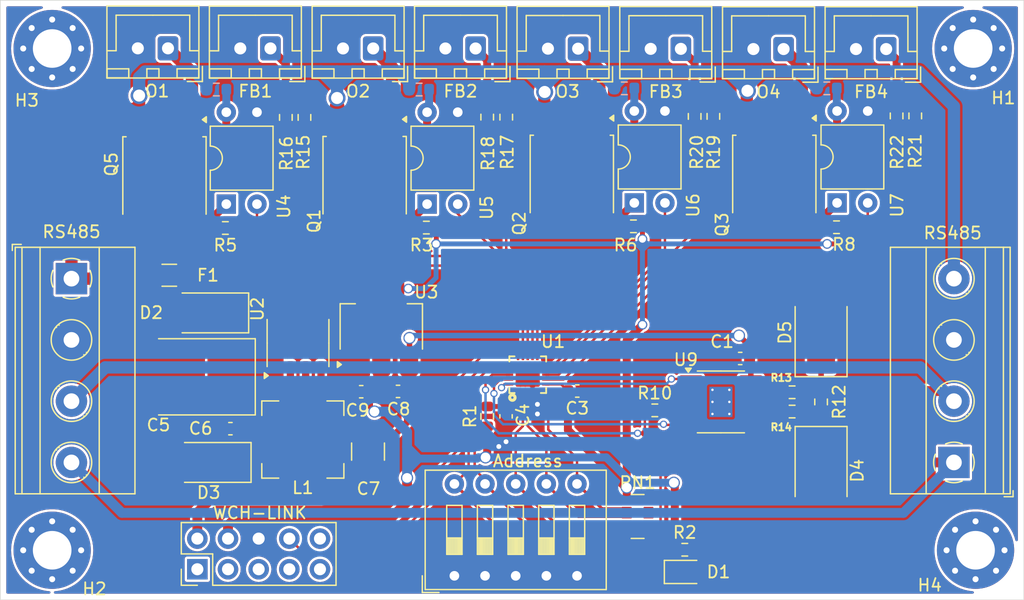
<source format=kicad_pcb>
(kicad_pcb (version 20240108) (generator "pcbnew") (generator_version "8.0")
  (layers (0 "F.Cu" signal) (1 "In1.Cu" signal) (2 "In2.Cu" signal) (31 "B.Cu" signal) (34 "B.Paste" user) (35 "F.Paste" user) (36 "B.SilkS" user "B.Silkscreen") (37 "F.SilkS" user "F.Silkscreen") (38 "B.Mask" user) (39 "F.Mask" user) (44 "Edge.Cuts" user))
  (net 0 "")
  (net 1 "GND")
  (net 2 "A")
  (net 3 "B")
  (net 4 "+3V3")
  (net 5 "Net-(U1-PD7{slash}NRST{slash}T2CH4)")
  (net 6 "Net-(D2-K)")
  (net 7 "+5V")
  (net 8 "Net-(D1-A)")
  (net 9 "PD4")
  (net 10 "Net-(D2-A)")
  (net 11 "Net-(D3-K)")
  (net 12 "+12V")
  (net 16 "RX")
  (net 17 "SWDIO")
  (net 19 "TX")
  (net 20 "Net-(J2-Pin_1)")
  (net 21 "Net-(J3-Pin_1)")
  (net 22 "Net-(J4-Pin_1)")
  (net 23 "Net-(J5-Pin_1)")
  (net 24 "Net-(J6-Pin_1)")
  (net 25 "Net-(J7-Pin_1)")
  (net 26 "Net-(J8-Pin_1)")
  (net 27 "Net-(J9-Pin_1)")
  (net 28 "Net-(Q1-G)")
  (net 29 "Net-(Q2-G)")
  (net 30 "Net-(Q3-G)")
  (net 31 "Net-(Q5-G)")
  (net 32 "Net-(R3-Pad2)")
  (net 33 "Net-(R5-Pad2)")
  (net 34 "Net-(R6-Pad2)")
  (net 35 "Net-(R8-Pad2)")
  (net 36 "FB1")
  (net 38 "IO1")
  (net 39 "IO2")
  (net 40 "IO3")
  (net 41 "IO4")
  (net 44 "FB2")
  (net 45 "FB3")
  (net 46 "FB4")
  (net 47 "Net-(U9-DE)")
  (net 48 "Net-(U9-B)")
  (net 49 "Net-(U9-A)")
  (net 50 "addr2")
  (net 51 "addr1")
  (net 52 "addr4")
  (net 53 "addr3")
  (net 54 "addr5")
  (footprint "Connector_PinHeader_2.54mm:PinHeader_2x05_P2.54mm_Vertical" (layer "F.Cu") (at 44.225 84.675 90)
    (property "Reference" "WCH-LINK")
    (property "Value" "Conn_02x05_Odd_Even" (hide yes))
  )
  (footprint "Connector_JST:JST_XH_B2B-XH-A_1x02_P2.50mm_Vertical" (layer "F.Cu") (at 67.277507 41.494391 180)
    (property "Reference" "FB2")
    (property "Value" "Conn_01x02" (hide yes))
  )
  (footprint "Capacitor_SMD:C_0603_1608Metric" (layer "F.Cu") (at 57.801 69.9548)
    (property "Reference" "C9")
    (property "Value" "10uF" (hide yes))
  )
  (footprint "Resistor_SMD:R_0603_1608Metric" (layer "F.Cu") (at 46.545 56.38 180)
    (property "Reference" "R5")
    (property "Value" "560" (hide yes))
  )
  (footprint "Package_DIP:DIP-4_W7.62mm" (layer "F.Cu") (at 80.425 54.3 90)
    (property "Reference" "U6")
    (property "Value" "PC817" (hide yes))
  )
  (footprint "Package_DIP:DIP-4_W7.62mm" (layer "F.Cu") (at 63.26 54.4 90)
    (property "Reference" "U5")
    (property "Value" "PC817" (hide yes))
  )
  (footprint "TerminalBlock_Phoenix:TerminalBlock_Phoenix_MKDS-1,5-4-5.08_1x04_P5.08mm_Horizontal" (layer "F.Cu") (at 33.795 60.58 -90)
    (property "Reference" "RS485")
    (property "Value" "Conn_01x04" (hide yes))
  )
  (footprint "Package_DIP:DIP-4_W7.62mm" (layer "F.Cu") (at 97.225 54.3 90)
    (property "Reference" "U7")
    (property "Value" "PC817" (hide yes))
  )
  (footprint "Diode_SMD:D_SMA" (layer "F.Cu") (at 44.965 63.42 180)
    (property "Reference" "D2")
    (property "Value" "M7" (hide yes))
  )
  (footprint "Package_SO:SOIC-8_3.9x4.9mm_P1.27mm" (layer "F.Cu") (at 52.565 65.92 90)
    (property "Reference" "U2")
    (property "Value" "XL1509-5.0" (hide yes))
  )
  (footprint "Resistor_SMD:R_0603_1608Metric" (layer "F.Cu") (at 84.606638 83.057838)
    (property "Reference" "R2")
    (property "Value" "2K2" (hide yes))
  )
  (footprint "Resistor_SMD:R_0603_1608Metric" (layer "F.Cu") (at 51.5572 47.2108 -90)
    (property "Reference" "R16")
    (property "Value" "10k" (hide yes))
  )
  (footprint "Connector_JST:JST_XH_B2B-XH-A_1x02_P2.50mm_Vertical" (layer "F.Cu") (at 84.282584 41.526308 180)
    (property "Reference" "FB3")
    (property "Value" "Conn_01x02" (hide yes))
  )
  (footprint "Resistor_SMD:R_Array_Convex_5x0603" (layer "F.Cu") (at 80.7 80.3)
    (property "Reference" "RN1")
    (property "Value" "R_Network05" (hide yes))
  )
  (footprint "Capacitor_SMD:C_1210_3225Metric" (layer "F.Cu") (at 58.365 74.92 90)
    (property "Reference" "C7")
    (property "Value" "100uF" (hide yes))
  )
  (footprint "MountingHole:MountingHole_3.2mm_M3_Pad_Via" (layer "F.Cu") (at 108.5 41.497056)
    (property "Reference" "H1")
    (property "Value" "MountingHole" (hide yes))
  )
  (footprint "Package_TO_SOT_SMD:TO-252-2" (layer "F.Cu") (at 58.0844 52.0994 -90)
    (property "Reference" "Q1")
    (property "Value" "PMOS" (hide yes))
  )
  (footprint "Button_Switch_THT:SW_DIP_SPSTx05_Slide_9.78x14.88mm_W7.62mm_P2.54mm" (layer "F.Cu") (at 65.52 85.22 90)
    (property "Reference" "Address")
    (property "Value" "SW_DIP_x05" (hide yes))
  )
  (footprint "Capacitor_SMD:C_0603_1608Metric" (layer "F.Cu") (at 89.2 67.2)
    (property "Reference" "C1")
    (property "Value" "100nF" (hide yes))
  )
  (footprint "Connector_JST:JST_XH_B2B-XH-A_1x02_P2.50mm_Vertical" (layer "F.Cu") (at 58.793362 41.491799 180)
    (property "Reference" "O2")
    (property "Value" "Conn_01x02" (hide yes))
  )
  (footprint "Resistor_SMD:R_0603_1608Metric" (layer "F.Cu") (at 86.976367 47.125 90)
    (property "Reference" "R19")
    (property "Value" "1k" (hide yes))
  )
  (footprint "Connector_JST:JST_XH_B2B-XH-A_1x02_P2.50mm_Vertical" (layer "F.Cu") (at 92.793362 41.542162 180)
    (property "Reference" "O4")
    (property "Value" "Conn_01x02" (hide yes))
  )
  (footprint "Capacitor_SMD:C_0603_1608Metric" (layer "F.Cu") (at 46.965 73.02 180)
    (property "Reference" "C6")
    (property "Value" "10nF" (hide yes))
  )
  (footprint "Package_DIP:DIP-4_W7.62mm" (layer "F.Cu") (at 46.625 54.4 90)
    (property "Reference" "U4")
    (property "Value" "PC817" (hide yes))
  )
  (footprint "Resistor_SMD:R_0603_1608Metric" (layer "F.Cu") (at 95.9 70.8 90)
    (property "Reference" "R12")
    (property "Value" "120" (hide yes))
  )
  (footprint "Diode_SMD:D_SMB" (layer "F.Cu") (at 95.9 76.5 -90)
    (property "Reference" "D4")
    (property "Value" "ESD9B5.0ST5G" (hide yes))
  )
  (footprint "Capacitor_SMD:C_0603_1608Metric" (layer "F.Cu") (at 75.7 69.9 180)
    (property "Reference" "C3")
    (property "Value" "100nF" (hide yes))
  )
  (footprint "Resistor_SMD:R_0603_1608Metric" (layer "F.Cu") (at 97.1792 56.3166 180)
    (property "Reference" "R8")
    (property "Value" "560" (hide yes))
  )
  (footprint "Resistor_SMD:R_0603_1608Metric" (layer "F.Cu") (at 69.815716 47.189752 90)
    (property "Reference" "R17")
    (property "Value" "1k" (hide yes))
  )
  (footprint "Package_TO_SOT_SMD:TO-252-2" (layer "F.Cu") (at 41.5002 52.1248 -90)
    (property "Reference" "Q5")
    (property "Value" "PMOS" (hide yes))
  )
  (footprint "Resistor_SMD:R_0603_1608Metric" (layer "F.Cu") (at 103.70209 47.085654 90)
    (property "Reference" "R21")
    (property "Value" "1k" (hide yes))
  )
  (footprint "MountingHole:MountingHole_3.2mm_M3_Pad_Via" (layer "F.Cu") (at 32.197056 83.1)
    (property "Reference" "H2")
    (property "Value" "MountingHole" (hide yes))
  )
  (footprint "Package_TO_SOT_SMD:TO-252-2" (layer "F.Cu") (at 75.2494 51.9994 -90)
    (property "Reference" "Q2")
    (property "Value" "PMOS" (hide yes))
  )
  (footprint "Inductor_SMD:L_Bourns-SRN6028" (layer "F.Cu") (at 52.965 73.92)
    (property "Reference" "L1")
    (property "Value" "68uH" (hide yes))
  )
  (footprint "Connector_JST:JST_XH_B2B-XH-A_1x02_P2.50mm_Vertical" (layer "F.Cu") (at 41.793362 41.482349 180)
    (property "Reference" "O1")
    (property "Value" "Conn_01x02" (hide yes))
  )
  (footprint "Resistor_SMD:R_0603_1608Metric" (layer "F.Cu") (at 63.197697 56.345928 180)
    (property "Reference" "R3")
    (property "Value" "560" (hide yes))
  )
  (footprint "Resistor_SMD:R_0603_1608Metric" (layer "F.Cu") (at 102.1572 47.0864 -90)
    (property "Reference" "R22")
    (property "Value" "10k" (hide yes))
  )
  (footprint "LED_SMD:LED_0805_2012Metric" (layer "F.Cu") (at 84.6 84.9)
    (property "Reference" "D1")
    (property "Value" "GREEN" (hide yes))
  )
  (footprint "Connector_JST:JST_XH_B2B-XH-A_1x02_P2.50mm_Vertical" (layer "F.Cu") (at 75.771011 41.510643 180)
    (property "Reference" "O3")
    (property "Value" "Conn_01x02" (hide yes))
  )
  (footprint "Resistor_SMD:R_0603_1608Metric" (layer "F.Cu") (at 68.239 72.0032 90)
    (property "Reference" "R1")
    (property "Value" "10K" (hide yes))
  )
  (footprint "Resistor_SMD:R_0603_1608Metric" (layer "F.Cu") (at 93.5 71.6 180)
    (property "Reference" "R14")
    (property "Value" "10" (hide yes))
  )
  (footprint "Connector_JST:JST_XH_B2B-XH-A_1x02_P2.50mm_Vertical" (layer "F.Cu") (at 101.293362 41.542162 180)
    (property "Reference" "FB4")
    (property "Value" "Conn_01x02" (hide yes))
  )
  (footprint "MountingHole:MountingHole_3.2mm_M3_Pad_Via" (layer "F.Cu") (at 108.697056 83.1)
    (property "Reference" "H4")
    (property "Value" "MountingHole" (hide yes))
  )
  (footprint "Diode_SMD:D_SMB" (layer "F.Cu") (at 95.9 65.05 90)
    (property "Reference" "D5")
    (property "Value" "ESD9B5.0ST5G" (hide yes))
  )
  (footprint "Resistor_SMD:R_0603_1608Metric" (layer "F.Cu") (at 85.425 47.127162 -90)
    (property "Reference" "R20")
    (property "Value" "10k" (hide yes))
  )
  (footprint "Package_SO:SOIC-8-1EP_3.9x4.9mm_P1.27mm_EP2.62x3.51mm_ThermalVias" (layer "F.Cu") (at 87.6 70.8)
    (property "Reference" "U9")
    (property "Value" "MAX485E" (hide yes))
  )
  (footprint "Fuse:Fuse_1206_3216Metric" (layer "F.Cu") (at 41.9 60.3)
    (property "Reference" "F1")
    (property "Value" "Fuse" (hide yes))
  )
  (footprint "Resistor_SMD:R_0603_1608Metric" (layer "F.Cu") (at 53.098563 47.211113 90)
    (property "Reference" "R15")
    (property "Value" "1k" (hide yes))
  )
  (footprint "Capacitor_SMD:C_0603_1608Metric" (layer "F.Cu") (at 60.849 69.9294)
    (property "Reference" "C8")
    (property "Value" "10uF" (hide yes))
  )
  (footprint "Capacitor_Tantalum_SMD:CP_EIA-7361-438_AVX-U" (layer "F.Cu") (at 44.665 68.72 180)
    (property "Reference" "C5")
    (property "Value" "470uF" (hide yes))
  )
  (footprint "Capacitor_SMD:C_0603_1608Metric" (layer "F.Cu") (at 69.8 72 90)
    (property "Reference" "C4")
    (property "Value" "100nF" (hide yes))
  )
  (footprint "TerminalBlock_Phoenix:TerminalBlock_Phoenix_MKDS-1,5-4-5.08_1x04_P5.08mm_Horizontal" (layer "F.Cu") (at 106.905 75.82 90)
    (property "Reference" "RS485")
    (property "Value" "Conn_01x04" (hide yes))
  )
  (footprint "Package_TO_SOT_SMD:TO-252-2" (layer "F.Cu") (at 92.024 51.9994 -90)
    (property "Reference" "Q3")
    (property "Value" "PMOS" (hide yes))
  )
  (footprint "Diode_SMD:D_SMA" (layer "F.Cu") (at 45.165 75.82 180)
    (property "Reference" "D3")
    (property "Value" "B5817" (hide yes))
  )
  (footprint "MountingHole:MountingHole_3.2mm_M3_Pad_Via" (layer "F.Cu") (at 32.197056 41.497056)
    (property "Reference" "H3")
    (property "Value" "MountingHole" (hide yes))
  )
  (footprint "Resistor_SMD:R_0603_1608Metric" (layer "F.Cu") (at 93.5 70 180)
    (property "Reference" "R13")
    (property "Value" "10" (hide yes))
  )
  (footprint "Resistor_SMD:R_0603_1608Metric" (layer "F.Cu") (at 82.125 71.5)
    (property "Reference" "R10")
    (property "Value" "560" (hide yes))
  )
  (footprint "Resistor_SMD:R_0603_1608Metric" (layer "F.Cu") (at 68.2384 47.1864 -90)
    (property "Reference" "R18")
    (property "Value" "10k" (hide yes))
  )
  (footprint "LOKAL:QFN-20_L3.0-W3.0-P0.40-TL-EP1.7" (layer "F.Cu") (at 71.593362 68.542162 90)
    (property "Reference" "U1")
    (property "Value" "CH32V003F4U6" (hide yes))
  )
  (footprint "Connector_JST:JST_XH_B2B-XH-A_1x02_P2.50mm_Vertical" (layer "F.Cu") (at 50.28217 41.488622 180)
    (property "Reference" "FB1")
    (property "Value" "Conn_01x02" (hide yes))
  )
  (footprint "Resistor_SMD:R_0603_1608Metric" (layer "F.Cu") (at 80.3538 56.2404 180)
    (property "Reference" "R6")
    (property "Value" "560" (hide yes))
  )
  (footprint "Package_TO_SOT_SMD:SOT-223-3_TabPin2" (layer "F.Cu") (at 59.465 64.57 90)
    (property "Reference" "U3")
    (property "Value" "AMS1117-3.3" (hide yes))
  )
  (footprint "Resistor_SMD:R_0603_1608Metric" (layer "B.Cu") (at 96.375 44.8)
    (property "Reference" "R9" (hide yes))
    (property "Value" "10k" (hide yes))
  )
  (footprint "Resistor_SMD:R_0603_1608Metric" (layer "B.Cu") (at 79.6 44.8)
    (property "Reference" "R7" (hide yes))
    (property "Value" "10k" (hide yes))
  )
  (footprint "Resistor_SMD:R_0603_1608Metric" (layer "B.Cu") (at 45.8 44.9)
    (property "Reference" "R11" (hide yes))
    (property "Value" "10k" (hide yes))
  )
  (footprint "Resistor_SMD:R_0603_1608Metric" (layer "B.Cu") (at 62.6 44.9)
    (property "Reference" "R4" (hide yes))
    (property "Value" "10k" (hide yes))
  )
  (gr_rect (start 27.9 37.5) (end 112.7 87.2) (stroke (width 0.05)) (fill none) (layer "Edge.Cuts"))
  (segment (start 71.993362 70.042162) (end 71.993362 70.593362) (width 0.2032) (layer "F.Cu") (net 1))
  (segment (start 71.993362 70.593362) (end 72.4 71) (width 0.2032) (layer "F.Cu") (net 1))
  (segment (start 69.8 74.1) (end 69.8 72.775) (width 0.2032) (layer "F.Cu") (net 1))
  (via (at 72.4 71) (size 0.6) (drill 0.4) (layers "F.Cu" "B.Cu") (net 1))
  (via (at 69.2 74.5) (size 0.6) (drill 0.4) (layers "F.Cu" "B.Cu") (net 1))
  (via (at 69.8 74.1) (size 0.6) (drill 0.4) (layers "F.Cu" "B.Cu") (net 1))
  (via (at 72.4 71.8) (size 0.6) (drill 0.4) (layers "F.Cu" "B.Cu") (net 1))
  (segment (start 106.905 75.82) (end 97.37 75.82) (width 0.8128) (layer "F.Cu") (net 2))
  (segment (start 95.9 71.625) (end 95.9 74.35) (width 0.4572) (layer "F.Cu") (net 2))
  (segment (start 95.9 71.625) (end 94.35 71.625) (width 0.4572) (layer "F.Cu") (net 2))
  (segment (start 94.35 71.625) (end 94.325 71.6) (width 0.4572) (layer "F.Cu") (net 2))
  (segment (start 97.37 75.82) (end 95.9 74.35) (width 0.8128) (layer "F.Cu") (net 2))
  (segment (start 37.975 80) (end 33.795 75.82) (width 0.8128) (layer "B.Cu") (net 2))
  (segment (start 106.905 75.82) (end 102.725 80) (width 0.8128) (layer "B.Cu") (net 2))
  (segment (start 102.725 80) (end 37.975 80) (width 0.8128) (layer "B.Cu") (net 2))
  (segment (start 95.9 69.975) (end 95.9 67.2) (width 0.4572) (layer "F.Cu") (net 3))
  (segment (start 95.875 70) (end 95.9 69.975) (width 0.4572) (layer "F.Cu") (net 3))
  (segment (start 94.325 70) (end 95.875 70) (width 0.4572) (layer "F.Cu") (net 3))
  (segment (start 95.975 69.9) (end 95.9 69.975) (width 0.8128) (layer "F.Cu") (net 3))
  (segment (start 106.905 70.74) (end 106.065 69.9) (width 0.8128) (layer "F.Cu") (net 3))
  (segment (start 106.065 69.9) (end 95.975 69.9) (width 0.8128) (layer "F.Cu") (net 3))
  (segment (start 36.5954 67.9396) (end 104.1046 67.9396) (width 1.016) (layer "B.Cu") (net 3))
  (segment (start 104.1046 67.9396) (end 106.905 70.74) (width 1.016) (layer "B.Cu") (net 3))
  (segment (start 33.795 70.74) (end 36.5954 67.9396) (width 1.016) (layer "B.Cu") (net 3))
  (segment (start 79.8 65.7) (end 81.1 64.4) (width 0.6604) (layer "F.Cu") (net 4))
  (segment (start 73.093362 69.342162) (end 74.367162 69.342162) (width 0.2032) (layer "F.Cu") (net 4))
  (segment (start 97.1604 57.7) (end 98.0042 56.8562) (width 0.4064) (layer "F.Cu") (net 4))
  (segment (start 61.7 61.4) (end 59.485 61.4) (width 0.4064) (layer "F.Cu") (net 4))
  (segment (start 61.6 79.1) (end 61.6 77.1) (width 0.8128) (layer "F.Cu") (net 4))
  (segment (start 47.9 55.85) (end 47.37 56.38) (width 0.4064) (layer "F.Cu") (net 4))
  (segment (start 98.0042 56.8562) (end 98.0042 56.3166) (width 0.4064) (layer "F.Cu") (net 4))
  (segment (start 58.576 69.9548) (end 58.576 71.276) (width 0.4064) (layer "F.Cu") (net 4))
  (segment (start 74.367162 69.342162) (end 74.925 69.9) (width 0.2032) (layer "F.Cu") (net 4))
  (segment (start 64.022697 57.677303) (end 64 57.7) (width 0.4064) (layer "F.Cu") (net 4))
  (segment (start 68.239 72.8282) (end 68.239 75.261) (width 0.6604) (layer "F.Cu") (net 4))
  (segment (start 98.5 55.8208) (end 98.0042 56.3166) (width 0.4064) (layer "F.Cu") (net 4))
  (segment (start 83.781638 77.581638) (end 83.7 77.5) (width 0.6604) (layer "F.Cu") (net 4))
  (segment (start 98.5 51.5686) (end 98.5 55.8208) (width 0.4064) (layer "F.Cu") (net 4))
  (segment (start 68.239 75.261) (end 68.1 75.4) (width 0.6604) (layer "F.Cu") (net 4))
  (segment (start 47.5 80.3) (end 60.4 80.3) (width 0.8128) (layer "F.Cu") (net 4))
  (segment (start 46.765 82.135) (end 46.765 81.035) (width 0.8128) (layer "F.Cu") (net 4))
  (segment (start 81.7 51.677162) (end 81.7 55.7192) (width 0.4064) (layer "F.Cu") (net 4))
  (segment (start 47.9 51.693) (end 47.9 55.85) (width 0.4064) (layer "F.Cu") (net 4))
  (segment (start 51.5572 48.0358) (end 47.9 51.693) (width 0.4064) (layer "F.Cu") (net 4))
  (segment (start 59.465 67.72) (end 59.465 68.2384) (width 0.4064) (layer "F.Cu") (net 4))
  (segment (start 81.1 56.3192) (end 81.1788 56.2404) (width 0.4064) (layer "F.Cu") (net 4))
  (segment (start 59.465 61.42) (end 50.12 61.42) (width 0.8128) (layer "F.Cu") (net 4))
  (segment (start 79.8 78.94) (end 79.8 78) (width 0.6604) (layer "F.Cu") (net 4))
  (segment (start 59.465 68.2384) (end 58.576 69.1274) (width 0.4064) (layer "F.Cu") (net 4))
  (segment (start 58.576 71.276) (end 58.9 71.6) (width 0.4064) (layer "F.Cu") (net 4))
  (segment (start 46.765 81.035) (end 47.5 80.3) (width 0.8128) (layer "F.Cu") (net 4))
  (segment (start 79.8 77.9) (end 79.8 65.7) (width 0.6604) (layer "F.Cu") (net 4))
  (segment (start 50.12 61.42) (end 47.37 58.67) (width 0.8128) (layer "F.Cu") (net 4))
  (segment (start 60.4 80.3) (end 61.6 79.1) (width 0.8128) (layer "F.Cu") (net 4))
  (segment (start 64.022697 56.345928) (end 64.022697 57.677303) (width 0.4064) (layer "F.Cu") (net 4))
  (segment (start 47.37 58.67) (end 47.37 56.38) (width 0.8128) (layer "F.Cu") (net 4))
  (segment (start 79.8 78) (end 74.925 73.125) (width 0.6604) (layer "F.Cu") (net 4))
  (segment (start 59.465 61.42) (end 59.465 67.72) (width 0.8128) (layer "F.Cu") (net 4))
  (segment (start 58.576 69.1274) (end 58.576 69.9548) (width 0.4064) (layer "F.Cu") (net 4))
  (segment (start 85.425 47.952162) (end 81.7 51.677162) (width 0.4064) (layer "F.Cu") (net 4))
  (segment (start 81.1 57.3) (end 81.1 56.3192) (width 0.4064) (layer "F.Cu") (net 4))
  (segment (start 68.2384 48.0114) (end 64.5 51.7498) (width 0.4064) (layer "F.Cu") (net 4))
  (segment (start 64.5 55.868625) (end 64.022697 56.345928) (width 0.4064) (layer "F.Cu") (net 4))
  (segment (start 59.485 61.4) (end 59.465 61.42) (width 0.4064) (layer "F.Cu") (net 4))
  (segment (start 81.7 55.7192) (end 81.1788 56.2404) (width 0.4064) (layer "F.Cu") (net 4))
  (segment (start 102.1572 47.9114) (end 98.5 51.5686) (width 0.4064) (layer "F.Cu") (net 4))
  (segment (start 74.925 73.125) (end 74.925 69.9) (width 0.6604) (layer "F.Cu") (net 4))
  (segment (start 64.5 51.7498) (end 64.5 55.868625) (width 0.4064) (layer "F.Cu") (net 4))
  (segment (start 83.781638 83.057838) (end 83.781638 77.581638) (width 0.6604) (layer "F.Cu") (net 4))
  (segment (start 96.4 57.7) (end 97.1604 57.7) (width 0.4064) (layer "F.Cu") (net 4))
  (via (at 61.6 77.1) (size 1) (drill 0.8) (layers "F.Cu" "B.Cu") (net 4))
  (via (at 64 57.7) (size 0.8) (drill 0.6) (layers "F.Cu" "B.Cu") (net 4))
  (via (at 68.1 75.4) (size 1) (drill 0.8) (layers "F.Cu" "B.Cu") (net 4))
  (via (at 79.8 77.9) (size 1) (drill 0.8) (layers "F.Cu" "B.Cu") (net 4))
  (via (at 81.1 64.4) (size 0.8) (drill 0.6) (layers "F.Cu" "B.Cu") (net 4))
  (via (at 81.1 57.3) (size 0.8) (drill 0.6) (layers "F.Cu" "B.Cu") (net 4))
  (via (at 83.7 77.5) (size 1) (drill 0.8) (layers "F.Cu" "B.Cu") (net 4))
  (via (at 58.9 71.6) (size 1) (drill 0.8) (layers "F.Cu" "B.Cu") (net 4))
  (via (at 96.4 57.7) (size 0.8) (drill 0.6) (layers "F.Cu" "B.Cu") (net 4))
  (via (at 61.7 61.4) (size 0.8) (drill 0.6) (layers "F.Cu" "B.Cu") (net 4))
  (segment (start 63.1 61.4) (end 61.7 61.4) (width 0.4064) (layer "B.Cu") (net 4))
  (segment (start 67.5 75.4) (end 67.4 75.5) (width 0.6604) (layer "B.Cu") (net 4))
  (segment (start 64 60.5) (end 63.1 61.4) (width 0.4064) (layer "B.Cu") (net 4))
  (segment (start 81.1 57.3) (end 81.1 58.2) (width 0.4064) (layer "B.Cu") (net 4))
  (segment (start 80.6 57.7) (end 80.2 57.7) (width 0.4064) (layer "B.Cu") (net 4))
  (segment (start 81.1 58.2) (end 81.1 64.4) (width 0.4064) (layer "B.Cu") (net 4))
  (segment (start 79.8 77.9) (end 79.8 77.1) (width 0.6604) (layer "B.Cu") (net 4))
  (segment (start 81.1 58.2) (end 81.6 57.7) (width 0.4064) (layer "B.Cu") (net 4))
  (segment (start 68.1 75.4) (end 78.1 75.4) (width 0.6604) (layer "B.Cu") (net 4))
  (segment (start 78.1 75.4) (end 79.3 76.6) (width 0.6604) (layer "B.Cu") (net 4))
  (segment (start 62.6 75.5) (end 61.6 76.5) (width 0.6604) (layer "B.Cu") (net 4))
  (segment (start 80.4 57.7) (end 80.7 57.7) (width 0.4064) (layer "B.Cu") (net 4))
  (segment (start 81.6 57.7) (end 81.9 57.7) (width 0.4064) (layer "B.Cu") (net 4))
  (segment (start 83.7 77.5) (end 80.2 77.5) (width 0.6604) (layer "B.Cu") (net 4))
  (segment (start 61.6 76.5) (end 61.6 75.5) (width 0.8128) (layer "B.Cu") (net 4))
  (segment (start 64 57.7) (end 80.2 57.7) (width 0.4064) (layer "B.Cu") (net 4))
  (segment (start 61.6 74.5) (end 61.6 73.3) (width 0.8128) (layer "B.Cu") (net 4))
  (segment (start 80.2 77.5) (end 79.8 77.9) (width 0.6604) (layer "B.Cu") (net 4))
  (segment (start 62.6 75.5) (end 61.6 75.5) (width 0.6604) (layer "B.Cu") (net 4))
  (segment (start 81.5 57.7) (end 81.9 57.7) (width 0.4064) (layer "B.Cu") (net 4))
  (segment (start 80.4 57.7) (end 81.5 57.7) (width 0.4064) (layer "B.Cu") (net 4))
  (segment (start 67.4 75.5) (end 62.6 75.5) (width 0.6604) (layer "B.Cu") (net 4))
  (segment (start 59.9 71.6) (end 58.9 71.6) (width 0.8128) (layer "B.Cu") (net 4))
  (segment (start 60.3 72) (end 59.9 71.6) (width 0.8128) (layer "B.Cu") (net 4))
  (segment (start 61.6 77.1) (end 61.6 76.5) (width 0.8128) (layer "B.Cu") (net 4))
  (segment (start 61.6 75.5) (end 61.6 74.5) (width 0.8128) (layer "B.Cu") (net 4))
  (segment (start 79.3 76.6) (end 80.2 77.5) (width 0.6604) (layer "B.Cu") (net 4))
  (segment (start 64 57.7) (end 64 60.5) (width 0.4064) (layer "B.Cu") (net 4))
  (segment (start 62.6 75.5) (end 61.6 74.5) (width 0.6604) (layer "B.Cu") (net 4))
  (segment (start 81.1 57.3) (end 81.5 57.7) (width 0.4064) (layer "B.Cu") (net 4))
  (segment (start 80.7 57.7) (end 81.1 57.3) (width 0.4064) (layer "B.Cu") (net 4))
  (segment (start 79.8 77.1) (end 79.3 76.6) (width 0.6604) (layer "B.Cu") (net 4))
  (segment (start 81.9 57.7) (end 96.4 57.7) (width 0.4064) (layer "B.Cu") (net 4))
  (segment (start 81.1 58.2) (end 80.6 57.7) (width 0.4064) (layer "B.Cu") (net 4))
  (segment (start 68.1 75.4) (end 67.5 75.4) (width 0.6604) (layer "B.Cu") (net 4))
  (segment (start 80.2 57.7) (end 80.4 57.7) (width 0.4064) (layer "B.Cu") (net 4))
  (segment (start 61.6 73.3) (end 60.3 72) (width 0.8128) (layer "B.Cu") (net 4))
  (segment (start 70.257838 70.042162) (end 69.8 70.5) (width 0.2032) (layer "F.Cu") (net 5))
  (segment (start 69.8 70.5) (end 69.8 71.225) (width 0.2032) (layer "F.Cu") (net 5))
  (segment (start 70.793362 70.042162) (end 70.257838 70.042162) (width 0.2032) (layer "F.Cu") (net 5))
  (segment (start 68.239 71.1782) (end 69.7532 71.1782) (width 0.4064) (layer "F.Cu") (net 5))
  (segment (start 47.765 68.72) (end 47.765 72.995) (width 1.016) (layer "F.Cu") (net 6))
  (segment (start 46.965 63.42) (end 46.965 67.92) (width 1.016) (layer "F.Cu") (net 6))
  (segment (start 47.765 72.995) (end 47.74 73.02) (width 1.016) (layer "F.Cu") (net 6))
  (segment (start 46.965 67.92) (end 47.765 68.72) (width 1.016) (layer "F.Cu") (net 6))
  (segment (start 90.08 67.305) (end 89.975 67.2) (width 0.4572) (layer "F.Cu") (net 7))
  (segment (start 61.624 69.9294) (end 61.624 72.461) (width 0.5588) (layer "F.Cu") (net 7))
  (segment (start 45.4 78.8) (end 54.5 78.8) (width 0.8128) (layer "F.Cu") (net 7))
  (segment (start 59.19 76.395) (end 58.365 76.395) (width 0.5588) (layer "F.Cu") (net 7))
  (segment (start 61.8 65.5) (end 61.8 67.685) (width 0.4572) (layer "F.Cu") (net 7))
  (segment (start 89.975 66.175) (end 89.1 65.3) (width 0.4572) (layer "F.Cu") (net 7))
  (segment (start 53.2 71.805) (end 55.315 73.92) (width 0.5588) (layer "F.Cu") (net 7))
  (segment (start 55.315 77.985) (end 55.315 73.92) (width 0.8128) (layer "F.Cu") (net 7))
  (segment (start 61.624 72.461) (end 60.365 73.72) (width 0.5588) (layer "F.Cu") (net 7))
  (segment (start 55.94 76.395) (end 58.365 76.395) (width 0.5588) (layer "F.Cu") (net 7))
  (segment (start 61.765 69.7884) (end 61.624 69.9294) (width 0.5588) (layer "F.Cu") (net 7))
  (segment (start 53.2 68.395) (end 53.2 71.805) (width 0.5588) (layer "F.Cu") (net 7))
  (segment (start 89.975 67.2) (end 89.975 66.175) (width 0.4572) (layer "F.Cu") (net 7))
  (segment (start 55.315 75.77) (end 55.94 76.395) (width 0.5588) (layer "F.Cu") (net 7))
  (segment (start 61.765 67.72) (end 61.765 69.7884) (width 0.5588) (layer "F.Cu") (net 7))
  (segment (start 54.5 78.8) (end 55.315 77.985) (width 0.8128) (layer "F.Cu") (net 7))
  (segment (start 61.8 67.685) (end 61.765 67.72) (width 0.4572) (layer "F.Cu") (net 7))
  (segment (start 90.08 68.895) (end 90.08 67.305) (width 0.4572) (layer "F.Cu") (net 7))
  (segment (start 60.365 75.22) (end 59.19 76.395) (width 0.5588) (layer "F.Cu") (net 7))
  (segment (start 44.225 82.135) (end 44.225 79.975) (width 0.8128) (layer "F.Cu") (net 7))
  (segment (start 55.315 73.92) (end 55.315 75.77) (width 0.5588) (layer "F.Cu") (net 7))
  (segment (start 60.365 73.72) (end 60.365 75.22) (width 0.5588) (layer "F.Cu") (net 7))
  (segment (start 44.225 79.975) (end 45.4 78.8) (width 0.8128) (layer "F.Cu") (net 7))
  (via (at 89.1 65.3) (size 1) (drill 0.8) (layers "F.Cu" "B.Cu") (net 7))
  (via (at 61.8 65.5) (size 1) (drill 0.8) (layers "F.Cu" "B.Cu") (net 7))
  (segment (start 62 65.3) (end 61.8 65.5) (width 0.4572) (layer "B.Cu") (net 7))
  (segment (start 64.4 65.3) (end 62 65.3) (width 0.4572) (layer "B.Cu") (net 7))
  (segment (start 89.1 65.3) (end 64.4 65.3) (width 0.4572) (layer "B.Cu") (net 7))
  (segment (start 85.5375 83.1637) (end 85.431638 83.057838) (width 0.8128) (layer "F.Cu") (net 8))
  (segment (start 85.5375 84.9) (end 85.5375 83.1637) (width 0.8128) (layer "F.Cu") (net 8))
  (segment (start 81.3 73.4) (end 81 73.4) (width 0.2032) (layer "F.Cu") (net 9))
  (segment (start 81.5 75.5) (end 81.3 75.3) (width 0.2032) (layer "F.Cu") (net 9))
  (segment (start 68.1 69.1) (end 68.657838 68.542162) (width 0.2032) (layer "F.Cu") (net 9))
  (segment (start 81.3 73.1) (end 81 73.4) (width 0.2032) (layer "F.Cu") (net 9))
  (segment (start 81.3 73) (end 81.3 71.5) (width 0.2032) (layer "F.Cu") (net 9))
  (segment (start 81.3 73) (end 81.3 73.1) (width 0.2032) (layer "F.Cu") (net 9))
  (segment (start 81.3 73.4) (end 81.3 73) (width 0.2032) (layer "F.Cu") (net 9))
  (segment (start 81.3 73.7) (end 81.3 73.8) (width 0.2032) (layer "F.Cu") (net 9))
  (segment (start 82.6 83.8375) (end 83.6625 84.9) (width 0.2032) (layer "F.Cu") (net 9))
  (segment (start 81 73.4) (end 80.7 73.4) (width 0.2032) (layer "F.Cu") (net 9))
  (segment (start 81.3 75.3) (end 81.3 73.8) (width 0.2032) (layer "F.Cu") (net 9))
  (segment (start 82.6 76.6) (end 82.6 83.8375) (width 0.2032) (layer "F.Cu") (net 9))
  (segment (start 81.3 73.8) (end 81.3 73.4) (width 0.2032) (layer "F.Cu") (net 9))
  (segment (start 68.657838 68.542162) (end 70.093362 68.542162) (width 0.2032) (layer "F.Cu") (net 9))
  (segment (start 81.5 75.5) (end 82.6 76.6) (width 0.2032) (layer "F.Cu") (net 9))
  (segment (start 81 73.4) (end 81.3 73.7) (width 0.2032) (layer "F.Cu") (net 9))
  (segment (start 68.1 69.8) (end 68.1 69.1) (width 0.2032) (layer "F.Cu") (net 9))
  (via (at 80.7 73.4) (size 0.6) (drill 0.4) (layers "F.Cu" "B.Cu") (net 9))
  (via (at 68.1 69.8) (size 0.6) (drill 0.4) (layers "F.Cu" "B.Cu") (net 9))
  (segment (start 69.2 73.4) (end 68.1 72.3) (width 0.2032) (layer "B.Cu") (net 9))
  (segment (start 68.1 72.3) (end 68.1 69.8) (width 0.2032) (layer "B.Cu") (net 9))
  (segment (start 80.7 73.4) (end 69.2 73.4) (width 0.2032) (layer "B.Cu") (net 9))
  (segment (start 42.965 63.42) (end 43.3 63.085) (width 1.016) (layer "F.Cu") (net 10))
  (segment (start 43.3 63.085) (end 43.3 60.3) (width 1.016) (layer "F.Cu") (net 10))
  (segment (start 48.715 75.82) (end 50.615 73.92) (width 1.016) (layer "F.Cu") (net 11))
  (segment (start 47.165 75.82) (end 48.715 75.82) (width 1.016) (layer "F.Cu") (net 11))
  (segment (start 51.93 72.605) (end 50.615 73.92) (width 0.5588) (layer "F.Cu") (net 11))
  (segment (start 51.93 68.395) (end 51.93 72.605) (width 0.5588) (layer "F.Cu") (net 11))
  (segment (start 40.22 60.58) (end 40.5 60.3) (width 1.016) (layer "F.Cu") (net 12))
  (segment (start 89.744 45.056) (end 89.8 45) (width 1.016) (layer "F.Cu") (net 12))
  (segment (start 72.9694 46.9594) (end 72.9694 45.1306) (width 1.016) (layer "F.Cu") (net 12))
  (segment (start 33.795 60.58) (end 33.795 48.505) (width 1.016) (layer "F.Cu") (net 12))
  (segment (start 33.795 60.58) (end 40.22 60.58) (width 1.016) (layer "F.Cu") (net 12))
  (segment (start 39.4 46.905) (end 39.2202 47.0848) (width 1.016) (layer "F.Cu") (net 12))
  (segment (start 33.795 48.505) (end 35.2152 47.0848) (width 1.016) (layer "F.Cu") (net 12))
  (segment (start 55.8044 45.6044) (end 55.8 45.6) (width 1.016) (layer "F.Cu") (net 12))
  (segment (start 55.8044 47.0594) (end 55.8044 45.6044) (width 1.016) (layer "F.Cu") (net 12))
  (segment (start 89.744 46.9594) (end 89.744 45.056) (width 1.016) (layer "F.Cu") (net 12))
  (segment (start 35.2152 47.0848) (end 39.2202 47.0848) (width 1.016) (layer "F.Cu") (net 12))
  (segment (start 39.4 45.4) (end 39.4 46.905) (width 1.016) (layer "F.Cu") (net 12))
  (segment (start 72.9694 45.1306) (end 73 45.1) (width 1.016) (layer "F.Cu") (net 12))
  (via (at 89.8 45) (size 1.4) (drill 1) (layers "F.Cu" "B.Cu") (net 12))
  (via (at 55.8 45.6) (size 1.4) (drill 1) (layers "F.Cu" "B.Cu") (net 12))
  (via (at 39.4 45.4) (size 1.4) (drill 1) (layers "F.Cu" "B.Cu") (net 12))
  (via (at 73 45.1) (size 1.4) (drill 1) (layers "F.Cu" "B.Cu") (net 12))
  (segment (start 44.925 44.325) (end 44 43.4) (width 1.016) (layer "B.Cu") (net 12))
  (segment (start 77.6 43.4) (end 78.8 43.4) (width 1.016) (layer "B.Cu") (net 12))
  (segment (start 73 44.8) (end 71.6 43.4) (width 1.016) (layer "B.Cu") (net 12))
  (segment (start 95 43.4) (end 96.7 43.4) (width 1.016) (layer "B.Cu") (net 12))
  (segment (start 95.55 44.8) (end 95.55 44.75) (width 1.016) (layer "B.Cu") (net 12))
  (segment (start 79.9 43.4) (end 88.1 43.4) (width 1.016) (layer "B.Cu") (net 12))
  (segment (start 78.775 43.425) (end 78.8 43.4) (width 1.016) (layer "B.Cu") (net 12))
  (segment (start 78.775 44.8) (end 78.775 44.575) (width 1.016) (layer "B.Cu") (net 12))
  (segment (start 45.9 43.4) (end 46.7 43.4) (width 1.016) (layer "B.Cu") (net 12))
  (segment (start 91 43.4) (end 94.2 43.4) (width 1.016) (layer "B.Cu") (net 12))
  (segment (start 73 45.1) (end 73 44.8) (width 1.016) (layer "B.Cu") (net 12))
  (segment (start 95.55 44.8) (end 95.55 44.55) (width 1.016) (layer "B.Cu") (net 12))
  (segment (start 61.8 43.4) (end 62.7 43.4) (width 1.016) (layer "B.Cu") (net 12))
  (segment (start 89.8 45) (end 89.8 44.6) (width 1.016) (layer "B.Cu") (net 12))
  (segment (start 88.1 43.4) (end 89.8 43.4) (width 1.016) (layer "B.Cu") (net 12))
  (segment (start 54 43.4) (end 55.8 43.4) (width 1.016) (layer "B.Cu") (net 12))
  (segment (start 78.775 44.525) (end 79.9 43.4) (width 1.016) (layer "B.Cu") (net 12))
  (segment (start 39.4 43.9) (end 39.4 45.4) (width 1.016) (layer "B.Cu") (net 12))
  (segment (start 55.8 44.7) (end 54.5 43.4) (width 1.016) (layer "B.Cu") (net 12))
  (segment (start 61.775 43.425) (end 61.8 43.4) (width 1.016) (layer "B.Cu") (net 12))
  (segment (start 60.5 43.4) (end 61.8 43.4) (width 1.016) (layer "B.Cu") (net 12))
  (segment (start 44.975 44.9) (end 44.975 44.325) (width 1.016) (layer "B.Cu") (net 12))
  (segment (start 55.8 43.4) (end 57.3 43.4) (width 1.016) (layer "B.Cu") (net 12))
  (segment (start 73 45.1) (end 73 43.4) (width 1.016) (layer "B.Cu") (net 12))
  (segment (start 96.7 43.4) (end 104 43.4) (width 1.016) (layer "B.Cu") (net 12))
  (segment (start 89.8 45) (end 89.8 43.4) (width 1.016) (layer "B.Cu") (net 12))
  (segment (start 89.8 45) (end 88.2 43.4) (width 1.016) (layer "B.Cu") (net 12))
  (segment (start 73 45.1) (end 73 44.6) (width 1.016) (layer "B.Cu") (net 12))
  (segment (start 62.7 43.4) (end 71.6 43.4) (width 1.016) (layer "B.Cu") (net 12))
  (segment (start 78.775 44.575) (end 77.6 43.4) (width 1.016) (layer "B.Cu") (net 12))
  (segment (start 44 43.4) (end 39.9 43.4) (width 1.016) (layer "B.Cu") (net 12))
  (segment (start 89.8 43.4) (end 91 43.4) (width 1.016) (layer "B.Cu") (net 12))
  (segment (start 78.8 43.4) (end 79.9 43.4) (width 1.016) (layer "B.Cu") (net 12))
  (segment (start 71.6 43.4) (end 73 43.4) (width 1.016) (layer "B.Cu") (net 12))
  (segment (start 106.905 46.305) (end 106.905 60.58) (width 1.016) (layer "B.Cu") (net 12))
  (segment (start 55.8 44.7) (end 57.1 43.4) (width 1.016) (layer "B.Cu") (net 12))
  (segment (start 104 43.4) (end 106.905 46.305) (width 1.016) (layer "B.Cu") (net 12))
  (segment (start 95.55 43.95) (end 95.55 44.8) (width 1.016) (layer "B.Cu") (net 12))
  (segment (start 44.975 44.325) (end 44.925 44.325) (width 1.016) (layer "B.Cu") (net 12))
  (segment (start 95.55 44.55) (end 96.7 43.4) (width 1.016) (layer "B.Cu") (net 12))
  (segment (start 61.775 44.3) (end 61.8 44.3) (width 1.016) (layer "B.Cu") (net 12))
  (segment (start 73 44.6) (end 74.2 43.4) (width 1.016) (layer "B.Cu") (net 12))
  (segment (start 57.3 43.4) (end 60.5 43.4) (width 1.016) (layer "B.Cu") (net 12))
  (segment (start 95.55 44.75) (end 94.2 43.4) (width 1.016) (layer "B.Cu") (net 12))
  (segment (start 88.2 43.4) (end 88.1 43.4) (width 1.016) (layer "B.Cu") (net 12))
  (segment (start 57.1 43.4) (end 57.3 43.4) (width 1.016) (layer "B.Cu") (net 12))
  (segment (start 61.8 44.3) (end 60.9 43.4) (width 1.016) (layer "B.Cu") (net 12))
  (segment (start 94.2 43.4) (end 95 43.4) (width 1.016) (layer "B.Cu") (net 12))
  (segment (start 89.8 44.6) (end 91 43.4) (width 1.016) (layer "B.Cu") (net 12))
  (segment (start 44.975 44.325) (end 45.9 43.4) (width 1.016) (layer "B.Cu") (net 12))
  (segment (start 74.2 43.4) (end 77.6 43.4) (width 1.016) (layer "B.Cu") (net 12))
  (segment (start 78.775 44.8) (end 78.775 43.425) (width 1.016) (layer "B.Cu") (net 12))
  (segment (start 46.7 43.4) (end 44 43.4) (width 1.016) (layer "B.Cu") (net 12))
  (segment (start 60.9 43.4) (end 60.5 43.4) (width 1.016) (layer "B.Cu") (net 12))
  (segment (start 78.775 44.8) (end 78.775 44.525) (width 1.016) (layer "B.Cu") (net 12))
  (segment (start 61.775 44.9) (end 61.775 44.3) (width 1.016) (layer "B.Cu") (net 12))
  (segment (start 55.8 45.6) (end 55.8 44.7) (width 1.016) (layer "B.Cu") (net 12))
  (segment (start 73 43.4) (end 74.2 43.4) (width 1.016) (layer "B.Cu") (net 12))
  (segment (start 95 43.4) (end 95.55 43.95) (width 1.016) (layer "B.Cu") (net 12))
  (segment (start 61.775 44.3) (end 61.775 43.425) (width 1.016) (layer "B.Cu") (net 12))
  (segment (start 39.9 43.4) (end 39.4 43.9) (width 1.016) (layer "B.Cu") (net 12))
  (segment (start 46.7 43.4) (end 54 43.4) (width 1.016) (layer "B.Cu") (net 12))
  (segment (start 55.8 44.7) (end 55.8 43.4) (width 1.016) (layer "B.Cu") (net 12))
  (segment (start 54.5 43.4) (end 54 43.4) (width 1.016) (layer "B.Cu") (net 12))
  (segment (start 61.8 44.3) (end 62.7 43.4) (width 1.016) (layer "B.Cu") (net 12))
  (segment (start 69.426037 69.617358) (end 69.426037 69.573963) (width 0.2032) (layer "F.Cu") (net 16))
  (segment (start 69.426037 69.573963) (end 69.657838 69.342162) (width 0.2032) (layer "F.Cu") (net 16))
  (segment (start 69.657838 69.342162) (end 70.093362 69.342162) (width 0.2032) (layer "F.Cu") (net 16))
  (segment (start 85.115 68.9) (end 85.12 68.895) (width 0.2032) (layer "F.Cu") (net 16))
  (segment (start 83.5 68.9) (end 85.115 68.9) (width 0.2032) (layer "F.Cu") (net 16))
  (via (at 83.5 68.9) (size 0.6) (drill 0.4) (layers "F.Cu" "B.Cu") (net 16))
  (via (at 69.426037 69.617358) (size 0.6) (drill 0.4) (layers "F.Cu" "B.Cu") (net 16))
  (segment (start 83.104 69.296) (end 83.5 68.9) (width 0.2032) (layer "B.Cu") (net 16))
  (segment (start 69.426037 69.617358) (end 69.747395 69.296) (width 0.2032) (layer "B.Cu") (net 16))
  (segment (start 69.747395 69.296) (end 83.104 69.296) (width 0.2032) (layer "B.Cu") (net 16))
  (segment (start 65.8 74.8) (end 63.6 77) (width 0.2032) (layer "F.Cu") (net 17))
  (segment (start 63.6 77) (end 63.6 79.1) (width 0.2032) (layer "F.Cu") (net 17))
  (segment (start 63.6 79.1) (end 59.3 83.4) (width 0.2032) (layer "F.Cu") (net 17))
  (segment (start 53.11 83.4) (end 51.845 82.135) (width 0.2032) (layer "F.Cu") (net 17))
  (segment (start 65.8 69) (end 65.8 74.8) (width 0.2032) (layer "F.Cu") (net 17))
  (segment (start 59.3 83.4) (end 53.11 83.4) (width 0.2032) (layer "F.Cu") (net 17))
  (segment (start 70.793362 67.042162) (end 67.757838 67.042162) (width 0.2032) (layer "F.Cu") (net 17))
  (segment (start 67.757838 67.042162) (end 65.8 69) (width 0.2032) (layer "F.Cu") (net 17))
  (segment (start 69.317758 68.942162) (end 70.093362 68.942162) (width 0.2032) (layer "F.Cu") (net 19))
  (segment (start 82.85 72.65) (end 82.905 72.705) (width 0.2032) (layer "F.Cu") (net 19))
  (segment (start 68.8 70.1) (end 68.8 69.45992) (width 0.2032) (layer "F.Cu") (net 19))
  (segment (start 68.8 69.45992) (end 69.317758 68.942162) (width 0.2032) (layer "F.Cu") (net 19))
  (segment (start 82.905 72.705) (end 85.12 72.705) (width 0.2032) (layer "F.Cu") (net 19))
  (via (at 68.8 70.1) (size 0.6) (drill 0.4) (layers "F.Cu" "B.Cu") (net 19))
  (via (at 82.85 72.65) (size 0.6) (drill 0.4) (layers "F.Cu" "B.Cu") (net 19))
  (segment (start 82.85 72.65) (end 69.55 72.65) (width 0.2032) (layer "B.Cu") (net 19))
  (segment (start 69.55 72.65) (end 68.8 71.9) (width 0.2032) (layer "B.Cu") (net 19))
  (segment (start 68.8 71.9) (end 68.8 70.1) (width 0.2032) (layer "B.Cu") (net 19))
  (segment (start 60.3644 43.062837) (end 58.793362 41.491799) (width 1.016) (layer "F.Cu") (net 20))
  (segment (start 60.3644 47.0594) (end 60.3644 43.062837) (width 1.016) (layer "F.Cu") (net 20))
  (segment (start 77.5294 43.269032) (end 75.771011 41.510643) (width 1.016) (layer "F.Cu") (net 21))
  (segment (start 77.5294 46.9594) (end 77.5294 43.269032) (width 1.016) (layer "F.Cu") (net 21))
  (segment (start 43.7802 47.0848) (end 43.7802 43.469187) (width 1.016) (layer "F.Cu") (net 22))
  (segment (start 43.7802 43.469187) (end 41.793362 41.482349) (width 1.016) (layer "F.Cu") (net 22))
  (segment (start 94.304 46.9594) (end 94.304 43.0528) (width 1.016) (layer "F.Cu") (net 23))
  (segment (start 94.304 43.0528) (end 92.793362 41.542162) (width 1.016) (layer "F.Cu") (net 23))
  (segment (start 51.5572 46.3858) (end 53.09825 46.3858) (width 0.6604) (layer "F.Cu") (net 24))
  (segment (start 51.5572 46.3858) (end 51.5572 42.763652) (width 0.6604) (layer "F.Cu") (net 24))
  (segment (start 53.09825 46.3858) (end 53.098563 46.386113) (width 0.6604) (layer "F.Cu") (net 24))
  (segment (start 51.5572 42.763652) (end 50.28217 41.488622) (width 0.6604) (layer "F.Cu") (net 24))
  (segment (start 69.812364 46.3614) (end 69.815716 46.364752) (width 0.6604) (layer "F.Cu") (net 25))
  (segment (start 68.2384 46.3614) (end 68.2384 42.455284) (width 0.6604) (layer "F.Cu") (net 25))
  (segment (start 68.2384 46.3614) (end 69.812364 46.3614) (width 0.6604) (layer "F.Cu") (net 25))
  (segment (start 68.2384 42.455284) (end 67.277507 41.494391) (width 0.6604) (layer "F.Cu") (net 25))
  (segment (start 86.974205 46.302162) (end 86.976367 46.3) (width 0.6604) (layer "F.Cu") (net 26))
  (segment (start 85.425 46.302162) (end 85.425 42.668724) (width 0.6604) (layer "F.Cu") (net 26))
  (segment (start 85.425 42.668724) (end 84.282584 41.526308) (width 0.6604) (layer "F.Cu") (net 26))
  (segment (start 85.425 46.302162) (end 86.974205 46.302162) (width 0.6604) (layer "F.Cu") (net 26))
  (segment (start 102.1572 46.2614) (end 102.1572 42.406) (width 0.6604) (layer "F.Cu") (net 27))
  (segment (start 102.1572 42.406) (end 101.293362 41.542162) (width 0.6604) (layer "F.Cu") (net 27))
  (segment (start 102.1572 46.2614) (end 103.701344 46.2614) (width 0.6604) (layer "F.Cu") (net 27))
  (segment (start 103.701344 46.2614) (end 103.70209 46.260654) (width 0.6604) (layer "F.Cu") (net 27))
  (segment (start 61.4156 51.6844) (end 59.6094 51.6844) (width 0.6604) (layer "F.Cu") (net 28))
  (segment (start 63.26 46.78) (end 63.26 49.84) (width 0.6604) (layer "F.Cu") (net 28))
  (segment (start 63.26 49.84) (end 61.4156 51.6844) (width 0.6604) (layer "F.Cu") (net 28))
  (segment (start 63.425 46.615) (end 63.26 46.78) (width 0.6604) (layer "B.Cu") (net 28))
  (segment (start 63.425 44.9) (end 63.425 46.615) (width 0.6604) (layer "B.Cu") (net 28))
  (segment (start 78.5156 51.5844) (end 76.7744 51.5844) (width 0.6604) (layer "F.Cu") (net 29))
  (segment (start 80.425 46.68) (end 80.425 49.675) (width 0.6604) (layer "F.Cu") (net 29))
  (segment (start 80.425 49.675) (end 78.5156 51.5844) (width 0.6604) (layer "F.Cu") (net 29))
  (segment (start 80.425 44.8) (end 80.425 46.68) (width 0.6604) (layer "B.Cu") (net 29))
  (segment (start 95.2156 51.5844) (end 93.549 51.5844) (width 0.6604) (layer "F.Cu") (net 30))
  (segment (start 97.225 46.68) (end 97.225 49.575) (width 0.6604) (layer "F.Cu") (net 30))
  (segment (start 97.225 49.575) (end 95.2156 51.5844) (width 0.6604) (layer "F.Cu") (net 30))
  (segment (start 97.2 44.8) (end 97.2 46.655) (width 0.6604) (layer "B.Cu") (net 30))
  (segment (start 97.2 46.655) (end 97.225 46.68) (width 0.6604) (layer "B.Cu") (net 30))
  (segment (start 46.625 49.875) (end 44.7902 51.7098) (width 0.6604) (layer "F.Cu") (net 31))
  (segment (start 44.7902 51.7098) (end 43.0252 51.7098) (width 0.6604) (layer "F.Cu") (net 31))
  (segment (start 46.625 46.78) (end 46.625 49.875) (width 0.6604) (layer "F.Cu") (net 31))
  (segment (start 46.625 44.9) (end 46.625 46.78) (width 0.6604) (layer "B.Cu") (net 31))
  (segment (start 62.372697 55.287303) (end 63.26 54.4) (width 0.6604) (layer "F.Cu") (net 32))
  (segment (start 62.372697 56.345928) (end 62.372697 55.287303) (width 0.6604) (layer "F.Cu") (net 32))
  (segment (start 45.72 56.38) (end 45.72 55.305) (width 0.6604) (layer "F.Cu") (net 33))
  (segment (start 45.72 55.305) (end 46.625 54.4) (width 0.6604) (layer "F.Cu") (net 33))
  (segment (start 79.5288 56.2404) (end 79.5288 55.1962) (width 0.6604) (layer "F.Cu") (net 34))
  (segment (start 79.5288 55.1962) (end 80.425 54.3) (width 0.6604) (layer "F.Cu") (net 34))
  (segment (start 96.3542 55.1708) (end 97.225 54.3) (width 0.6604) (layer "F.Cu") (net 35))
  (segment (start 96.3542 56.3166) (end 96.3542 55.1708) (width 0.6604) (layer "F.Cu") (net 35))
  (segment (start 71.593362 61.893362) (end 68.4 58.7) (width 0.2032) (layer "F.Cu") (net 36))
  (segment (start 53.098563 57.298563) (end 53.098563 48.036113) (width 0.2032) (layer "F.Cu") (net 36))
  (segment (start 54.5 58.7) (end 53.098563 57.298563) (width 0.2032) (layer "F.Cu") (net 36))
  (segment (start 68.4 58.7) (end 54.5 58.7) (width 0.2032) (layer "F.Cu") (net 36))
  (segment (start 71.593362 67.042162) (end 71.593362 61.893362) (width 0.2032) (layer "F.Cu") (net 36))
  (segment (start 49.165 54.4) (end 49.165 57.165) (width 0.2032) (layer "F.Cu") (net 38))
  (segment (start 51.5 59.5) (end 68.1 59.5) (width 0.2032) (layer "F.Cu") (net 38))
  (segment (start 71.193362 62.593362) (end 71.193362 67.042162) (width 0.2032) (layer "F.Cu") (net 38))
  (segment (start 49.165 57.165) (end 51.5 59.5) (width 0.2032) (layer "F.Cu") (net 38))
  (segment (start 68.1 59.5) (end 71.193362 62.593362) (width 0.2032) (layer "F.Cu") (net 38))
  (segment (start 71.993362 67.042162) (end 71.993362 61.393362) (width 0.2032) (layer "F.Cu") (net 39))
  (segment (start 65.8 55.2) (end 65.8 54.4) (width 0.2032) (layer "F.Cu") (net 39))
  (segment (start 71.993362 61.393362) (end 65.8 55.2) (width 0.2032) (layer "F.Cu") (net 39))
  (segment (start 73.757838 67.742162) (end 73.093362 67.742162) (width 0.2032) (layer "F.Cu") (net 40))
  (segment (start 82.965 54.3) (end 82.965 58.535) (width 0.2032) (layer "F.Cu") (net 40))
  (segment (start 82.965 58.535) (end 73.757838 67.742162) (width 0.2032) (layer "F.Cu") (net 40))
  (segment (start 74.157838 68.542162) (end 73.093362 68.542162) (width 0.2032) (layer "F.Cu") (net 41))
  (segment (start 99.765 54.3) (end 99.765 56.235) (width 0.2032) (layer "F.Cu") (net 41))
  (segment (start 99.765 56.235) (end 97.4 58.6) (width 0.2032) (layer "F.Cu") (net 41))
  (segment (start 97.4 58.6) (end 84.1 58.6) (width 0.2032) (layer "F.Cu") (net 41))
  (segment (start 84.1 58.6) (end 74.157838 68.542162) (width 0.2032) (layer "F.Cu") (net 41))
  (segment (start 69.815716 58.115716) (end 69.815716 48.014752) (width 0.2032) (layer "F.Cu") (net 44))
  (segment (start 72.393362 60.693362) (end 69.815716 58.115716) (width 0.2032) (layer "F.Cu") (net 44))
  (segment (start 72.393362 67.042162) (end 72.393362 60.693362) (width 0.2032) (layer "F.Cu") (net 44))
  (segment (start 86.976367 55.026527) (end 86.976367 47.95) (width 0.2032) (layer "F.Cu") (net 45))
  (segment (start 73.093362 68.142162) (end 73.860732 68.142162) (width 0.2032) (layer "F.Cu") (net 45))
  (segment (start 73.860732 68.142162) (end 86.976367 55.026527) (width 0.2032) (layer "F.Cu") (net 45))
  (segment (start 84.4 59.1) (end 74.557838 68.942162) (width 0.2032) (layer "F.Cu") (net 46))
  (segment (start 103.70209 47.910654) (end 103.70209 52.99791) (width 0.2032) (layer "F.Cu") (net 46))
  (segment (start 74.557838 68.942162) (end 73.093362 68.942162) (width 0.2032) (layer "F.Cu") (net 46))
  (segment (start 97.6 59.1) (end 84.4 59.1) (width 0.2032) (layer "F.Cu") (net 46))
  (segment (start 103.70209 52.99791) (end 97.6 59.1) (width 0.2032) (layer "F.Cu") (net 46))
  (segment (start 85.055 71.5) (end 85.12 71.435) (width 0.254) (layer "F.Cu") (net 47))
  (segment (start 85.12 71.435) (end 85.12 70.165) (width 0.254) (layer "F.Cu") (net 47))
  (segment (start 82.95 71.5) (end 85.055 71.5) (width 0.254) (layer "F.Cu") (net 47))
  (segment (start 92.675 70) (end 92.51 70.165) (width 0.4572) (layer "F.Cu") (net 48))
  (segment (start 92.51 70.165) (end 90.08 70.165) (width 0.4572) (layer "F.Cu") (net 48))
  (segment (start 90.082407 71.432593) (end 90.08 71.435) (width 0.4572) (layer "F.Cu") (net 49))
  (segment (start 92.675 71.6) (end 92.507593 71.432593) (width 0.4572) (layer "F.Cu") (net 49))
  (segment (start 92.507593 71.432593) (end 90.082407 71.432593) (width 0.4572) (layer "F.Cu") (net 49))
  (segment (start 70.093362 68.142162) (end 68.257838 68.142162) (width 0.2032) (layer "F.Cu") (net 50))
  (segment (start 68.06 77.6) (end 72.12 81.66) (width 0.254) (layer "F.Cu") (net 50))
  (segment (start 67.2 76.4) (end 68.06 77.26) (width 0.2032) (layer "F.Cu") (net 50))
  (segment (start 67.2 69.2) (end 67.2 76.4) (width 0.2032) (layer "F.Cu") (net 50))
  (segment (start 72.12 81.66) (end 79.8 81.66) (width 0.254) (layer "F.Cu") (net 50))
  (segment (start 68.06 77.26) (end 68.06 77.6) (width 0.2032) (layer "F.Cu") (net 50))
  (segment (start 68.257838 68.142162) (end 67.2 69.2) (width 0.2032) (layer "F.Cu") (net 50))
  (segment (start 81.6 81.66) (end 81.6 82.2) (width 0.254) (layer "F.Cu") (net 51))
  (segment (start 67.957838 67.742162) (end 66.7 69) (width 0.2032) (layer "F.Cu") (net 51))
  (segment (start 70.093362 67.742162) (end 67.957838 67.742162) (width 0.2032) (layer "F.Cu") (net 51))
  (segment (start 66.7 76.42) (end 65.52 77.6) (width 0.2032) (layer "F.Cu") (net 51))
  (segment (start 70.42 82.5) (end 65.52 77.6) (width 0.254) (layer "F.Cu") (net 51))
  (segment (start 81.3 82.5) (end 70.42 82.5) (width 0.254) (layer "F.Cu") (net 51))
  (segment (start 81.6 82.2) (end 81.3 82.5) (width 0.254) (layer "F.Cu") (net 51))
  (segment (start 66.7 69) (end 66.7 76.42) (width 0.2032) (layer "F.Cu") (net 51))
  (segment (start 73.14 77.6) (end 73.14 77.64) (width 0.254) (layer "F.Cu") (net 52))
  (segment (start 73.14 77.64) (end 75.8 80.3) (width 0.254) (layer "F.Cu") (net 52))
  (segment (start 73.14 74.34) (end 73.14 77.6) (width 0.2032) (layer "F.Cu") (net 52))
  (segment (start 71.593362 72.793362) (end 73.14 74.34) (width 0.2032) (layer "F.Cu") (net 52))
  (segment (start 71.593362 70.042162) (end 71.593362 72.793362) (width 0.2032) (layer "F.Cu") (net 52))
  (segment (start 75.8 80.3) (end 79.8 80.3) (width 0.254) (layer "F.Cu") (net 52))
  (segment (start 71.193362 70.042162) (end 71.193362 72.806638) (width 0.2032) (layer "F.Cu") (net 53))
  (segment (start 71.193362 72.806638) (end 70.6 73.4) (width 0.2032) (layer "F.Cu") (net 53))
  (segment (start 79.8 80.94) (end 73.94 80.94) (width 0.254) (layer "F.Cu") (net 53))
  (segment (start 70.6 73.4) (end 70.6 77.6) (width 0.2032) (layer "F.Cu") (net 53))
  (segment (start 73.94 80.94) (end 70.6 77.6) (width 0.254) (layer "F.Cu") (net 53))
  (segment (start 73.3 70.5) (end 73.3 73.1) (width 0.2032) (layer "F.Cu") (net 54))
  (segment (start 72.393362 70.042162) (end 72.842162 70.042162) (width 0.2032) (layer "F.Cu") (net 54))
  (segment (start 75.7 77.6) (end 77.76 79.66) (width 0.254) (layer "F.Cu") (net 54))
  (segment (start 73.3 73.1) (end 75.68 75.48) (width 0.2032) (layer "F.Cu") (net 54))
  (segment (start 77.76 79.66) (end 79.8 79.66) (width 0.254) (layer "F.Cu") (net 54))
  (segment (start 72.842162 70.042162) (end 73.3 70.5) (width 0.2032) (layer "F.Cu") (net 54))
  (segment (start 75.68 75.48) (end 75.68 77.6) (width 0.2032) (layer "F.Cu") (net 54))
  (segment (start 75.68 77.6) (end 75.7 77.6) (width 0.254) (layer "F.Cu") (net 54))
  (zone (net 6) (net_name "Net-(D2-K)") (layer "F.Cu") (priority 2) (connect_pads yes (clearance 0.2032)) (min_thickness 0.2032) (fill yes (thermal_gap 0.5) (thermal_bridge_width 0.5) (smoothing fillet) (radius 0.127))
    (polygon (pts (xy 51.365 70.42) (xy 51.365 66.12) (xy 49.365 66.12) (xy 49.365 61.82) (xy 45.065 61.82) (xy 45.065 71.52) (xy 46.865 71.52) (xy 46.865 73.92) (xy 49.365 73.92) (xy 49.365 70.42)))
  )
  (zone (net 1) (net_name "GND") (layers "F&B.Cu") (priority 1) (connect_pads yes (clearance 0.2032)) (min_thickness 0.2032) (fill yes (thermal_gap 0.5) (thermal_bridge_width 0.5) (smoothing fillet) (radius 0.127))
    (polygon (pts (xy 27.9 87.2) (xy 27.9 37.5) (xy 112.7 37.5) (xy 112.7 87.2)))
  )
)
</source>
